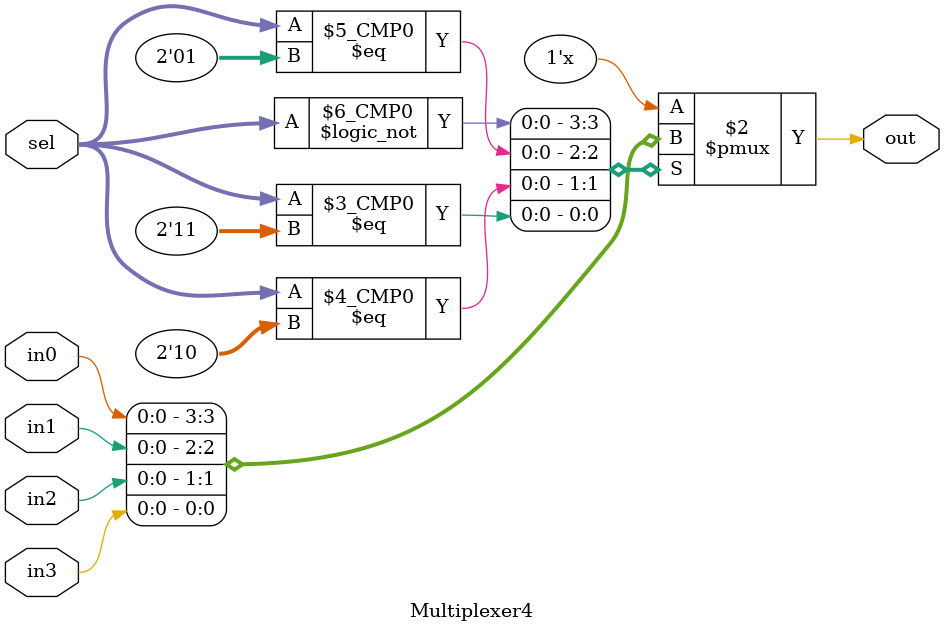
<source format=v>
/**
 * This is an autogenerated netlist code from CircuitVerse. Verilog Code can be
 * tested on https://www.edaplayground.com/ using Icarus Verilog 0.9.7. This is an
 * experimental module and some manual changes make need to be done in order for
 * this to work.
 *
 * If you have any ideas/suggestions or bug fixes, raise an issue
 * on https://github.com/CircuitVerse/CircuitVerse/issues/new/choose
 */

/*
  Element Usage Report
    Input - 1 times
    Multiplexer - 3 times
    Output - 3 times
    DigitalLed - 3 times
    Power - 1 times
    Ground - 1 times
*/

/*
  Usage Instructions and Tips
    Labels - Ensure unique label names and avoid using verilog keywords
    Warnings - Connect all optional inputs to remove warnings
*/

// Sample Testbench Code - Uncomment to use

/*
module TestBench();

  reg [1:0] A_B;

  wire B, Equal, A;

  Main DUT0(B, Equal, A, A_B);

  initial begin
    A_B = 0;

    #15
    $display("B = %b", B);
    $display("Equal = %b", Equal);
    $display("A = %b", A);

    #10
    $display("B = %b", B);
    $display("Equal = %b", Equal);
    $display("A = %b", A);

    $finish;

  end
endmodule

*/

module Main(B, Equal, A, A_B);
  output B,  Equal,  A;
  input [1:0] A_B;
  wire Multiplexer_2_out, Multiplexer_1_out, Multiplexer_0_out, Power_0_out, Ground_0_out;
  Multiplexer4 Multiplexer_2(Multiplexer_2_out, Ground_0_out, Ground_0_out, Power_0_out, Ground_0_out, A_B);
  assign A = Multiplexer_2_out;
  
      always @ (*)
        $display("DigitalLed:Multiplexer_2_out=%d", Multiplexer_2_out);
  Multiplexer4 Multiplexer_1(Multiplexer_1_out, Power_0_out, Ground_0_out, Ground_0_out, Power_0_out, A_B);
  assign Equal = Multiplexer_1_out;
  
      always @ (*)
        $display("DigitalLed:Multiplexer_1_out=%d", Multiplexer_1_out);
  Multiplexer4 Multiplexer_0(Multiplexer_0_out, Ground_0_out, Power_0_out, Ground_0_out, Ground_0_out, A_B);
  assign B = Multiplexer_0_out;
  
      always @ (*)
        $display("DigitalLed:Multiplexer_0_out=%d", Multiplexer_0_out);
  assign Power_0_out = ~1'b0;
  assign Ground_0_out = 1'b0;
endmodule

module Multiplexer4(out, in0, in1, in2, in3, sel);
  parameter WIDTH = 1;
  output reg [WIDTH-1:0] out;
  input [WIDTH-1:0] in0, in1, in2, in3;
  input [1:0] sel;
  
  always @ (*)
    case (sel)
      0 : out = in0;
      1 : out = in1;
      2 : out = in2;
      3 : out = in3;
    endcase
endmodule


</source>
